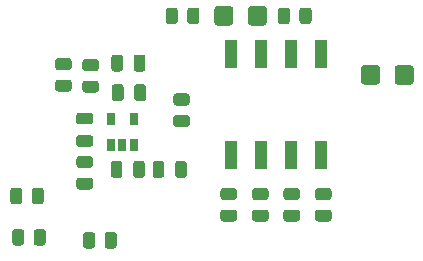
<source format=gbr>
%TF.GenerationSoftware,KiCad,Pcbnew,(5.1.9)-1*%
%TF.CreationDate,2021-10-14T16:01:30-04:00*%
%TF.ProjectId,ModularPreamp,4d6f6475-6c61-4725-9072-65616d702e6b,rev?*%
%TF.SameCoordinates,Original*%
%TF.FileFunction,Paste,Top*%
%TF.FilePolarity,Positive*%
%FSLAX46Y46*%
G04 Gerber Fmt 4.6, Leading zero omitted, Abs format (unit mm)*
G04 Created by KiCad (PCBNEW (5.1.9)-1) date 2021-10-14 16:01:30*
%MOMM*%
%LPD*%
G01*
G04 APERTURE LIST*
%ADD10R,1.120000X2.440000*%
%ADD11R,0.650000X1.060000*%
G04 APERTURE END LIST*
%TO.C,R9*%
G36*
G01*
X174487500Y-92950002D02*
X174487500Y-92049998D01*
G75*
G02*
X174737498Y-91800000I249998J0D01*
G01*
X175262502Y-91800000D01*
G75*
G02*
X175512500Y-92049998I0J-249998D01*
G01*
X175512500Y-92950002D01*
G75*
G02*
X175262502Y-93200000I-249998J0D01*
G01*
X174737498Y-93200000D01*
G75*
G02*
X174487500Y-92950002I0J249998D01*
G01*
G37*
G36*
G01*
X172662500Y-92950002D02*
X172662500Y-92049998D01*
G75*
G02*
X172912498Y-91800000I249998J0D01*
G01*
X173437502Y-91800000D01*
G75*
G02*
X173687500Y-92049998I0J-249998D01*
G01*
X173687500Y-92950002D01*
G75*
G02*
X173437502Y-93200000I-249998J0D01*
G01*
X172912498Y-93200000D01*
G75*
G02*
X172662500Y-92950002I0J249998D01*
G01*
G37*
%TD*%
%TO.C,R8*%
G36*
G01*
X164987500Y-92950002D02*
X164987500Y-92049998D01*
G75*
G02*
X165237498Y-91800000I249998J0D01*
G01*
X165762502Y-91800000D01*
G75*
G02*
X166012500Y-92049998I0J-249998D01*
G01*
X166012500Y-92950002D01*
G75*
G02*
X165762502Y-93200000I-249998J0D01*
G01*
X165237498Y-93200000D01*
G75*
G02*
X164987500Y-92950002I0J249998D01*
G01*
G37*
G36*
G01*
X163162500Y-92950002D02*
X163162500Y-92049998D01*
G75*
G02*
X163412498Y-91800000I249998J0D01*
G01*
X163937502Y-91800000D01*
G75*
G02*
X164187500Y-92049998I0J-249998D01*
G01*
X164187500Y-92950002D01*
G75*
G02*
X163937502Y-93200000I-249998J0D01*
G01*
X163412498Y-93200000D01*
G75*
G02*
X163162500Y-92950002I0J249998D01*
G01*
G37*
%TD*%
%TO.C,R7*%
G36*
G01*
X151187500Y-110799998D02*
X151187500Y-111700002D01*
G75*
G02*
X150937502Y-111950000I-249998J0D01*
G01*
X150412498Y-111950000D01*
G75*
G02*
X150162500Y-111700002I0J249998D01*
G01*
X150162500Y-110799998D01*
G75*
G02*
X150412498Y-110550000I249998J0D01*
G01*
X150937502Y-110550000D01*
G75*
G02*
X151187500Y-110799998I0J-249998D01*
G01*
G37*
G36*
G01*
X153012500Y-110799998D02*
X153012500Y-111700002D01*
G75*
G02*
X152762502Y-111950000I-249998J0D01*
G01*
X152237498Y-111950000D01*
G75*
G02*
X151987500Y-111700002I0J249998D01*
G01*
X151987500Y-110799998D01*
G75*
G02*
X152237498Y-110550000I249998J0D01*
G01*
X152762502Y-110550000D01*
G75*
G02*
X153012500Y-110799998I0J-249998D01*
G01*
G37*
%TD*%
%TO.C,R6*%
G36*
G01*
X151012500Y-107299998D02*
X151012500Y-108200002D01*
G75*
G02*
X150762502Y-108450000I-249998J0D01*
G01*
X150237498Y-108450000D01*
G75*
G02*
X149987500Y-108200002I0J249998D01*
G01*
X149987500Y-107299998D01*
G75*
G02*
X150237498Y-107050000I249998J0D01*
G01*
X150762502Y-107050000D01*
G75*
G02*
X151012500Y-107299998I0J-249998D01*
G01*
G37*
G36*
G01*
X152837500Y-107299998D02*
X152837500Y-108200002D01*
G75*
G02*
X152587502Y-108450000I-249998J0D01*
G01*
X152062498Y-108450000D01*
G75*
G02*
X151812500Y-108200002I0J249998D01*
G01*
X151812500Y-107299998D01*
G75*
G02*
X152062498Y-107050000I249998J0D01*
G01*
X152587502Y-107050000D01*
G75*
G02*
X152837500Y-107299998I0J-249998D01*
G01*
G37*
%TD*%
%TO.C,D2*%
G36*
G01*
X182550000Y-98075000D02*
X182550000Y-96925000D01*
G75*
G02*
X182800000Y-96675000I250000J0D01*
G01*
X183900000Y-96675000D01*
G75*
G02*
X184150000Y-96925000I0J-250000D01*
G01*
X184150000Y-98075000D01*
G75*
G02*
X183900000Y-98325000I-250000J0D01*
G01*
X182800000Y-98325000D01*
G75*
G02*
X182550000Y-98075000I0J250000D01*
G01*
G37*
G36*
G01*
X179700000Y-98075000D02*
X179700000Y-96925000D01*
G75*
G02*
X179950000Y-96675000I250000J0D01*
G01*
X181050000Y-96675000D01*
G75*
G02*
X181300000Y-96925000I0J-250000D01*
G01*
X181300000Y-98075000D01*
G75*
G02*
X181050000Y-98325000I-250000J0D01*
G01*
X179950000Y-98325000D01*
G75*
G02*
X179700000Y-98075000I0J250000D01*
G01*
G37*
%TD*%
%TO.C,D1*%
G36*
G01*
X170125000Y-93075000D02*
X170125000Y-91925000D01*
G75*
G02*
X170375000Y-91675000I250000J0D01*
G01*
X171475000Y-91675000D01*
G75*
G02*
X171725000Y-91925000I0J-250000D01*
G01*
X171725000Y-93075000D01*
G75*
G02*
X171475000Y-93325000I-250000J0D01*
G01*
X170375000Y-93325000D01*
G75*
G02*
X170125000Y-93075000I0J250000D01*
G01*
G37*
G36*
G01*
X167275000Y-93075000D02*
X167275000Y-91925000D01*
G75*
G02*
X167525000Y-91675000I250000J0D01*
G01*
X168625000Y-91675000D01*
G75*
G02*
X168875000Y-91925000I0J-250000D01*
G01*
X168875000Y-93075000D01*
G75*
G02*
X168625000Y-93325000I-250000J0D01*
G01*
X167525000Y-93325000D01*
G75*
G02*
X167275000Y-93075000I0J250000D01*
G01*
G37*
%TD*%
%TO.C,C6*%
G36*
G01*
X159500000Y-105025000D02*
X159500000Y-105975000D01*
G75*
G02*
X159250000Y-106225000I-250000J0D01*
G01*
X158750000Y-106225000D01*
G75*
G02*
X158500000Y-105975000I0J250000D01*
G01*
X158500000Y-105025000D01*
G75*
G02*
X158750000Y-104775000I250000J0D01*
G01*
X159250000Y-104775000D01*
G75*
G02*
X159500000Y-105025000I0J-250000D01*
G01*
G37*
G36*
G01*
X161400000Y-105025000D02*
X161400000Y-105975000D01*
G75*
G02*
X161150000Y-106225000I-250000J0D01*
G01*
X160650000Y-106225000D01*
G75*
G02*
X160400000Y-105975000I0J250000D01*
G01*
X160400000Y-105025000D01*
G75*
G02*
X160650000Y-104775000I250000J0D01*
G01*
X161150000Y-104775000D01*
G75*
G02*
X161400000Y-105025000I0J-250000D01*
G01*
G37*
%TD*%
%TO.C,C5*%
G36*
G01*
X163050000Y-105025000D02*
X163050000Y-105975000D01*
G75*
G02*
X162800000Y-106225000I-250000J0D01*
G01*
X162300000Y-106225000D01*
G75*
G02*
X162050000Y-105975000I0J250000D01*
G01*
X162050000Y-105025000D01*
G75*
G02*
X162300000Y-104775000I250000J0D01*
G01*
X162800000Y-104775000D01*
G75*
G02*
X163050000Y-105025000I0J-250000D01*
G01*
G37*
G36*
G01*
X164950000Y-105025000D02*
X164950000Y-105975000D01*
G75*
G02*
X164700000Y-106225000I-250000J0D01*
G01*
X164200000Y-106225000D01*
G75*
G02*
X163950000Y-105975000I0J250000D01*
G01*
X163950000Y-105025000D01*
G75*
G02*
X164200000Y-104775000I250000J0D01*
G01*
X164700000Y-104775000D01*
G75*
G02*
X164950000Y-105025000I0J-250000D01*
G01*
G37*
%TD*%
%TO.C,C3*%
G36*
G01*
X160500000Y-99475000D02*
X160500000Y-98525000D01*
G75*
G02*
X160750000Y-98275000I250000J0D01*
G01*
X161250000Y-98275000D01*
G75*
G02*
X161500000Y-98525000I0J-250000D01*
G01*
X161500000Y-99475000D01*
G75*
G02*
X161250000Y-99725000I-250000J0D01*
G01*
X160750000Y-99725000D01*
G75*
G02*
X160500000Y-99475000I0J250000D01*
G01*
G37*
G36*
G01*
X158600000Y-99475000D02*
X158600000Y-98525000D01*
G75*
G02*
X158850000Y-98275000I250000J0D01*
G01*
X159350000Y-98275000D01*
G75*
G02*
X159600000Y-98525000I0J-250000D01*
G01*
X159600000Y-99475000D01*
G75*
G02*
X159350000Y-99725000I-250000J0D01*
G01*
X158850000Y-99725000D01*
G75*
G02*
X158600000Y-99475000I0J250000D01*
G01*
G37*
%TD*%
%TO.C,C1*%
G36*
G01*
X160450000Y-96975000D02*
X160450000Y-96025000D01*
G75*
G02*
X160700000Y-95775000I250000J0D01*
G01*
X161200000Y-95775000D01*
G75*
G02*
X161450000Y-96025000I0J-250000D01*
G01*
X161450000Y-96975000D01*
G75*
G02*
X161200000Y-97225000I-250000J0D01*
G01*
X160700000Y-97225000D01*
G75*
G02*
X160450000Y-96975000I0J250000D01*
G01*
G37*
G36*
G01*
X158550000Y-96975000D02*
X158550000Y-96025000D01*
G75*
G02*
X158800000Y-95775000I250000J0D01*
G01*
X159300000Y-95775000D01*
G75*
G02*
X159550000Y-96025000I0J-250000D01*
G01*
X159550000Y-96975000D01*
G75*
G02*
X159300000Y-97225000I-250000J0D01*
G01*
X158800000Y-97225000D01*
G75*
G02*
X158550000Y-96975000I0J250000D01*
G01*
G37*
%TD*%
%TO.C,R5*%
G36*
G01*
X164950002Y-100100000D02*
X164049998Y-100100000D01*
G75*
G02*
X163800000Y-99850002I0J249998D01*
G01*
X163800000Y-99324998D01*
G75*
G02*
X164049998Y-99075000I249998J0D01*
G01*
X164950002Y-99075000D01*
G75*
G02*
X165200000Y-99324998I0J-249998D01*
G01*
X165200000Y-99850002D01*
G75*
G02*
X164950002Y-100100000I-249998J0D01*
G01*
G37*
G36*
G01*
X164950002Y-101925000D02*
X164049998Y-101925000D01*
G75*
G02*
X163800000Y-101675002I0J249998D01*
G01*
X163800000Y-101149998D01*
G75*
G02*
X164049998Y-100900000I249998J0D01*
G01*
X164950002Y-100900000D01*
G75*
G02*
X165200000Y-101149998I0J-249998D01*
G01*
X165200000Y-101675002D01*
G75*
G02*
X164950002Y-101925000I-249998J0D01*
G01*
G37*
%TD*%
D10*
%TO.C,SW1*%
X176310000Y-104305000D03*
X168690000Y-95695000D03*
X173770000Y-104305000D03*
X171230000Y-95695000D03*
X171230000Y-104305000D03*
X173770000Y-95695000D03*
X168690000Y-104305000D03*
X176310000Y-95695000D03*
%TD*%
%TO.C,R1*%
G36*
G01*
X176950002Y-108100000D02*
X176049998Y-108100000D01*
G75*
G02*
X175800000Y-107850002I0J249998D01*
G01*
X175800000Y-107324998D01*
G75*
G02*
X176049998Y-107075000I249998J0D01*
G01*
X176950002Y-107075000D01*
G75*
G02*
X177200000Y-107324998I0J-249998D01*
G01*
X177200000Y-107850002D01*
G75*
G02*
X176950002Y-108100000I-249998J0D01*
G01*
G37*
G36*
G01*
X176950002Y-109925000D02*
X176049998Y-109925000D01*
G75*
G02*
X175800000Y-109675002I0J249998D01*
G01*
X175800000Y-109149998D01*
G75*
G02*
X176049998Y-108900000I249998J0D01*
G01*
X176950002Y-108900000D01*
G75*
G02*
X177200000Y-109149998I0J-249998D01*
G01*
X177200000Y-109675002D01*
G75*
G02*
X176950002Y-109925000I-249998J0D01*
G01*
G37*
%TD*%
%TO.C,R2*%
G36*
G01*
X174283334Y-108100000D02*
X173383330Y-108100000D01*
G75*
G02*
X173133332Y-107850002I0J249998D01*
G01*
X173133332Y-107324998D01*
G75*
G02*
X173383330Y-107075000I249998J0D01*
G01*
X174283334Y-107075000D01*
G75*
G02*
X174533332Y-107324998I0J-249998D01*
G01*
X174533332Y-107850002D01*
G75*
G02*
X174283334Y-108100000I-249998J0D01*
G01*
G37*
G36*
G01*
X174283334Y-109925000D02*
X173383330Y-109925000D01*
G75*
G02*
X173133332Y-109675002I0J249998D01*
G01*
X173133332Y-109149998D01*
G75*
G02*
X173383330Y-108900000I249998J0D01*
G01*
X174283334Y-108900000D01*
G75*
G02*
X174533332Y-109149998I0J-249998D01*
G01*
X174533332Y-109675002D01*
G75*
G02*
X174283334Y-109925000I-249998J0D01*
G01*
G37*
%TD*%
%TO.C,R3*%
G36*
G01*
X171616668Y-108100000D02*
X170716664Y-108100000D01*
G75*
G02*
X170466666Y-107850002I0J249998D01*
G01*
X170466666Y-107324998D01*
G75*
G02*
X170716664Y-107075000I249998J0D01*
G01*
X171616668Y-107075000D01*
G75*
G02*
X171866666Y-107324998I0J-249998D01*
G01*
X171866666Y-107850002D01*
G75*
G02*
X171616668Y-108100000I-249998J0D01*
G01*
G37*
G36*
G01*
X171616668Y-109925000D02*
X170716664Y-109925000D01*
G75*
G02*
X170466666Y-109675002I0J249998D01*
G01*
X170466666Y-109149998D01*
G75*
G02*
X170716664Y-108900000I249998J0D01*
G01*
X171616668Y-108900000D01*
G75*
G02*
X171866666Y-109149998I0J-249998D01*
G01*
X171866666Y-109675002D01*
G75*
G02*
X171616668Y-109925000I-249998J0D01*
G01*
G37*
%TD*%
%TO.C,R4*%
G36*
G01*
X168950002Y-108100000D02*
X168049998Y-108100000D01*
G75*
G02*
X167800000Y-107850002I0J249998D01*
G01*
X167800000Y-107324998D01*
G75*
G02*
X168049998Y-107075000I249998J0D01*
G01*
X168950002Y-107075000D01*
G75*
G02*
X169200000Y-107324998I0J-249998D01*
G01*
X169200000Y-107850002D01*
G75*
G02*
X168950002Y-108100000I-249998J0D01*
G01*
G37*
G36*
G01*
X168950002Y-109925000D02*
X168049998Y-109925000D01*
G75*
G02*
X167800000Y-109675002I0J249998D01*
G01*
X167800000Y-109149998D01*
G75*
G02*
X168049998Y-108900000I249998J0D01*
G01*
X168950002Y-108900000D01*
G75*
G02*
X169200000Y-109149998I0J-249998D01*
G01*
X169200000Y-109675002D01*
G75*
G02*
X168950002Y-109925000I-249998J0D01*
G01*
G37*
%TD*%
D11*
%TO.C,U4*%
X158550000Y-101200000D03*
X160450000Y-101200000D03*
X160450000Y-103400000D03*
X159500000Y-103400000D03*
X158550000Y-103400000D03*
%TD*%
%TO.C,R38*%
G36*
G01*
X156349998Y-97987500D02*
X157250002Y-97987500D01*
G75*
G02*
X157500000Y-98237498I0J-249998D01*
G01*
X157500000Y-98762502D01*
G75*
G02*
X157250002Y-99012500I-249998J0D01*
G01*
X156349998Y-99012500D01*
G75*
G02*
X156100000Y-98762502I0J249998D01*
G01*
X156100000Y-98237498D01*
G75*
G02*
X156349998Y-97987500I249998J0D01*
G01*
G37*
G36*
G01*
X156349998Y-96162500D02*
X157250002Y-96162500D01*
G75*
G02*
X157500000Y-96412498I0J-249998D01*
G01*
X157500000Y-96937502D01*
G75*
G02*
X157250002Y-97187500I-249998J0D01*
G01*
X156349998Y-97187500D01*
G75*
G02*
X156100000Y-96937502I0J249998D01*
G01*
X156100000Y-96412498D01*
G75*
G02*
X156349998Y-96162500I249998J0D01*
G01*
G37*
%TD*%
%TO.C,R37*%
G36*
G01*
X154049998Y-97900000D02*
X154950002Y-97900000D01*
G75*
G02*
X155200000Y-98149998I0J-249998D01*
G01*
X155200000Y-98675002D01*
G75*
G02*
X154950002Y-98925000I-249998J0D01*
G01*
X154049998Y-98925000D01*
G75*
G02*
X153800000Y-98675002I0J249998D01*
G01*
X153800000Y-98149998D01*
G75*
G02*
X154049998Y-97900000I249998J0D01*
G01*
G37*
G36*
G01*
X154049998Y-96075000D02*
X154950002Y-96075000D01*
G75*
G02*
X155200000Y-96324998I0J-249998D01*
G01*
X155200000Y-96850002D01*
G75*
G02*
X154950002Y-97100000I-249998J0D01*
G01*
X154049998Y-97100000D01*
G75*
G02*
X153800000Y-96850002I0J249998D01*
G01*
X153800000Y-96324998D01*
G75*
G02*
X154049998Y-96075000I249998J0D01*
G01*
G37*
%TD*%
%TO.C,R36*%
G36*
G01*
X155849998Y-106187500D02*
X156750002Y-106187500D01*
G75*
G02*
X157000000Y-106437498I0J-249998D01*
G01*
X157000000Y-106962502D01*
G75*
G02*
X156750002Y-107212500I-249998J0D01*
G01*
X155849998Y-107212500D01*
G75*
G02*
X155600000Y-106962502I0J249998D01*
G01*
X155600000Y-106437498D01*
G75*
G02*
X155849998Y-106187500I249998J0D01*
G01*
G37*
G36*
G01*
X155849998Y-104362500D02*
X156750002Y-104362500D01*
G75*
G02*
X157000000Y-104612498I0J-249998D01*
G01*
X157000000Y-105137502D01*
G75*
G02*
X156750002Y-105387500I-249998J0D01*
G01*
X155849998Y-105387500D01*
G75*
G02*
X155600000Y-105137502I0J249998D01*
G01*
X155600000Y-104612498D01*
G75*
G02*
X155849998Y-104362500I249998J0D01*
G01*
G37*
%TD*%
%TO.C,R33*%
G36*
G01*
X157187500Y-111049998D02*
X157187500Y-111950002D01*
G75*
G02*
X156937502Y-112200000I-249998J0D01*
G01*
X156412498Y-112200000D01*
G75*
G02*
X156162500Y-111950002I0J249998D01*
G01*
X156162500Y-111049998D01*
G75*
G02*
X156412498Y-110800000I249998J0D01*
G01*
X156937502Y-110800000D01*
G75*
G02*
X157187500Y-111049998I0J-249998D01*
G01*
G37*
G36*
G01*
X159012500Y-111049998D02*
X159012500Y-111950002D01*
G75*
G02*
X158762502Y-112200000I-249998J0D01*
G01*
X158237498Y-112200000D01*
G75*
G02*
X157987500Y-111950002I0J249998D01*
G01*
X157987500Y-111049998D01*
G75*
G02*
X158237498Y-110800000I249998J0D01*
G01*
X158762502Y-110800000D01*
G75*
G02*
X159012500Y-111049998I0J-249998D01*
G01*
G37*
%TD*%
%TO.C,C21*%
G36*
G01*
X155825000Y-102600000D02*
X156775000Y-102600000D01*
G75*
G02*
X157025000Y-102850000I0J-250000D01*
G01*
X157025000Y-103350000D01*
G75*
G02*
X156775000Y-103600000I-250000J0D01*
G01*
X155825000Y-103600000D01*
G75*
G02*
X155575000Y-103350000I0J250000D01*
G01*
X155575000Y-102850000D01*
G75*
G02*
X155825000Y-102600000I250000J0D01*
G01*
G37*
G36*
G01*
X155825000Y-100700000D02*
X156775000Y-100700000D01*
G75*
G02*
X157025000Y-100950000I0J-250000D01*
G01*
X157025000Y-101450000D01*
G75*
G02*
X156775000Y-101700000I-250000J0D01*
G01*
X155825000Y-101700000D01*
G75*
G02*
X155575000Y-101450000I0J250000D01*
G01*
X155575000Y-100950000D01*
G75*
G02*
X155825000Y-100700000I250000J0D01*
G01*
G37*
%TD*%
M02*

</source>
